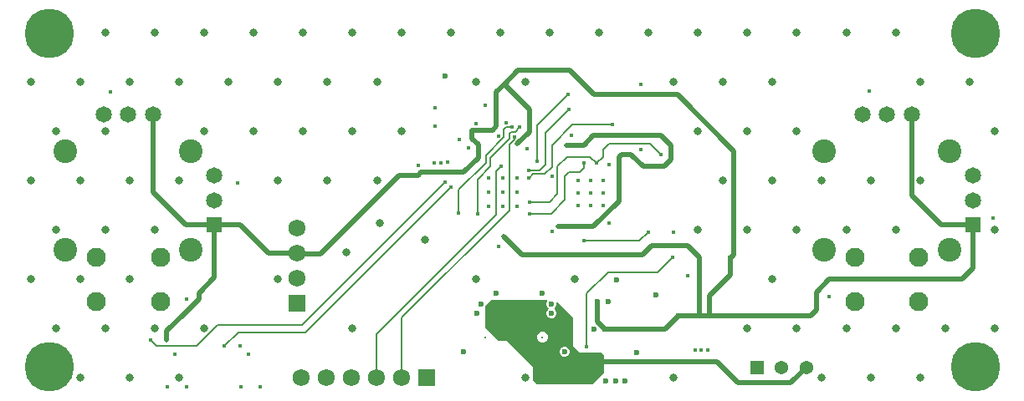
<source format=gbr>
%TF.GenerationSoftware,Altium Limited,Altium Designer,25.3.3 (18)*%
G04 Layer_Physical_Order=4*
G04 Layer_Color=16711680*
%FSLAX45Y45*%
%MOMM*%
%TF.SameCoordinates,94F19C35-717A-4B45-A619-7893C40BEDFD*%
%TF.FilePolarity,Positive*%
%TF.FileFunction,Copper,L4,Bot,Signal*%
%TF.Part,Single*%
G01*
G75*
%TA.AperFunction,Conductor*%
%ADD10C,0.15600*%
%ADD36C,0.50000*%
%ADD38C,0.20000*%
%TA.AperFunction,ViaPad*%
%ADD42C,5.00000*%
%TA.AperFunction,ComponentPad*%
%ADD43C,1.72500*%
%ADD44R,1.72500X1.72500*%
%ADD45C,1.36500*%
%ADD46R,1.36500X1.36500*%
%ADD47C,0.32500*%
%ADD48C,1.65000*%
%ADD49R,1.65000X1.65000*%
%ADD50C,2.40000*%
%ADD51C,1.95000*%
%ADD52R,1.72500X1.72500*%
%TA.AperFunction,ViaPad*%
%ADD53C,0.60000*%
%ADD54C,0.80000*%
%ADD55C,0.45000*%
G36*
X6726588Y7777300D02*
X6722112Y7772823D01*
X6714500Y7754446D01*
Y7734555D01*
X6722112Y7716178D01*
X6732492Y7705797D01*
X6735593Y7699846D01*
X6732979Y7689690D01*
X6724112Y7680823D01*
X6716500Y7662446D01*
Y7642554D01*
X6724112Y7624177D01*
X6738177Y7610112D01*
X6756554Y7602500D01*
X6776445D01*
X6794823Y7610112D01*
X6808888Y7624177D01*
X6816500Y7642554D01*
Y7662446D01*
X6808888Y7680823D01*
X6798507Y7691204D01*
X6795406Y7697155D01*
X6798020Y7707310D01*
X6806888Y7716178D01*
X6814499Y7734555D01*
Y7754446D01*
X6812312Y7759728D01*
X6823078Y7766922D01*
X6987500Y7602500D01*
Y7325000D01*
X7055000Y7257500D01*
X7275000D01*
X7302500Y7230000D01*
Y7052500D01*
X7180000Y6930000D01*
X6617500D01*
X6582500Y6965000D01*
X6582500Y7105000D01*
X6312500Y7375000D01*
X6232500D01*
X6100000Y7507500D01*
Y7729721D01*
X6102002Y7734554D01*
Y7739502D01*
X6152500Y7790000D01*
X6721328D01*
X6726588Y7777300D01*
D02*
G37*
%LPC*%
G36*
X6686443Y7462500D02*
X6665557D01*
X6646261Y7454508D01*
X6631492Y7439739D01*
X6623500Y7420443D01*
Y7399557D01*
X6631492Y7380261D01*
X6646261Y7365493D01*
X6665557Y7357500D01*
X6686443D01*
X6705739Y7365493D01*
X6720507Y7380261D01*
X6728500Y7399557D01*
Y7420443D01*
X6720507Y7439739D01*
X6705739Y7454508D01*
X6686443Y7462500D01*
D02*
G37*
G36*
X6908946Y7312500D02*
X6889054D01*
X6870677Y7304888D01*
X6856612Y7290823D01*
X6849000Y7272446D01*
Y7252554D01*
X6856612Y7234177D01*
X6870677Y7220112D01*
X6889054Y7212500D01*
X6908946D01*
X6927323Y7220112D01*
X6941388Y7234177D01*
X6949000Y7252554D01*
Y7272446D01*
X6941388Y7290823D01*
X6927323Y7304888D01*
X6908946Y7312500D01*
D02*
G37*
%LPD*%
D10*
X5253500Y7608500D02*
X6342500Y8697500D01*
Y9365000D01*
X6389375Y9436875D02*
X6395000Y9442500D01*
X6389375Y9411875D02*
Y9436875D01*
X6342500Y9365000D02*
X6389375Y9411875D01*
X6016250Y9008750D02*
X6150000Y9142500D01*
X6340000Y9420000D02*
Y9475000D01*
X6150000Y9142500D02*
Y9230000D01*
X6340000Y9420000D01*
X5827500Y8902500D02*
X6105000Y9180000D01*
Y9255000D02*
X6285000Y9435000D01*
X6105000Y9180000D02*
Y9255000D01*
X6285000Y9435000D02*
Y9512500D01*
X3457500Y7320000D02*
X3595000Y7457500D01*
X4277500D01*
X2710000Y7380000D02*
X2770000Y7320000D01*
X3175000D01*
X4277500Y7457500D02*
X5752500Y8932500D01*
X3390000Y7535000D02*
X4242500D01*
X3175000Y7320000D02*
X3390000Y7535000D01*
X4242500D02*
X5687500Y8980000D01*
X6016250Y8662250D02*
Y9008750D01*
X5827500Y8670000D02*
Y8902500D01*
X6340000Y9475000D02*
X6355000Y9490000D01*
X6397500D01*
X6447500Y9540000D01*
X6310000Y9537500D02*
X6365000D01*
X6285000Y9512500D02*
X6310000Y9537500D01*
X7349500Y9369500D02*
X7766999D01*
X6546999Y8782000D02*
X6747000D01*
X6764500Y8662000D02*
X6904500Y8802000D01*
X6546999Y8662000D02*
X6764500D01*
X6904500Y8802000D02*
Y9044500D01*
X7337500Y8070000D02*
X7836200D01*
X7122001Y7854501D02*
X7337500Y8070000D01*
X7122001Y7317000D02*
Y7854501D01*
X4999500Y7439500D02*
X6207500Y8647500D01*
X4999500Y7000000D02*
Y7439500D01*
X6207500Y8647500D02*
Y9092500D01*
X6257500Y9142500D01*
X5253500Y7000000D02*
Y7608500D01*
X7836200Y8070000D02*
X7988701Y8222500D01*
X7094499Y8387000D02*
X7657500D01*
X7746000Y8475500D01*
X7222000Y9172000D02*
X7289500Y9239500D01*
X7157000Y9237000D02*
X7222000Y9172000D01*
X7095499Y9125500D02*
Y9172500D01*
X7056999Y9087000D02*
X7095499Y9125500D01*
X6924499Y9237000D02*
X7157000D01*
X6747000Y8782000D02*
X6826999Y8862000D01*
Y9139500D01*
X6904500Y9044500D02*
X6946999Y9087000D01*
X7056999D01*
X6826999Y9139500D02*
X6924499Y9237000D01*
X7766999Y9369500D02*
X7871999Y9264500D01*
X7289500Y9239500D02*
Y9309500D01*
X7349500Y9369500D01*
D36*
X8264500Y7626999D02*
X8369500D01*
X8159500D02*
X8264500D01*
X8054500D02*
X8159500D01*
X6287500Y9972500D02*
X6430000Y10115000D01*
X6210000Y9895000D02*
X6287500Y9972500D01*
X6416999Y9367001D02*
X6542500Y9492502D01*
Y9715000D01*
X6287500Y9970000D02*
X6542500Y9715000D01*
X6287500Y9970000D02*
Y9972500D01*
X8577500Y8210000D02*
X8615000Y8247500D01*
Y9297500D01*
X8042999Y9869501D02*
X8615000Y9297500D01*
X8577500Y8037500D02*
Y8210000D01*
X6210000Y9547500D02*
Y9895000D01*
X6430000Y10115000D02*
X6955000D01*
X7200499Y9869501D01*
X2872500Y7377500D02*
Y7474999D01*
X3052501Y7655000D01*
X3052501D01*
X3197500Y7799999D01*
Y7855000D01*
X5877500Y9080000D02*
X6027500Y9230000D01*
X5417000Y9052000D02*
X5445000Y9080000D01*
X5877500D01*
X5222000Y9052000D02*
X5417000D01*
X6027500Y9230000D02*
Y9362500D01*
X7476789Y9264500D02*
X7571999D01*
X7447500Y8785000D02*
Y9235210D01*
X7476789Y9264500D01*
X7192000Y8529500D02*
X7447500Y8785000D01*
X6921499Y9357000D02*
X7094500D01*
X7192500Y9455000D01*
X7877500D02*
X7975000Y9357500D01*
X7192500Y9455000D02*
X7877500D01*
X7975000Y9210000D02*
Y9357500D01*
X7907500Y9142500D02*
X7975000Y9210000D01*
X7693999Y9142500D02*
X7907500D01*
X7571999Y9264500D02*
X7693999Y9142500D01*
X6829499Y8529500D02*
X7192000D01*
X6169500Y9507000D02*
X6210000Y9547500D01*
X5964499Y9507000D02*
X6169500D01*
X6466500Y8245000D02*
X7685000D01*
X6282000Y8429500D02*
X6466500Y8245000D01*
X7685000D02*
X7777500Y8337500D01*
X8145000D01*
X8264500Y7626999D02*
Y8218000D01*
X8145000Y8337500D02*
X8264500Y8218000D01*
X10410868Y8849132D02*
Y9670500D01*
Y8849132D02*
X10712500Y8547500D01*
X11033868D01*
Y8108868D02*
Y8547500D01*
X10920000Y7995000D02*
X11033868Y8108868D01*
X9577500Y7995000D02*
X10920000D01*
X9450000Y7867500D02*
X9577500Y7995000D01*
X9450000Y7822499D02*
Y7867500D01*
X8369500Y7626999D02*
X9389499D01*
X9450000Y7687500D02*
Y7822499D01*
X9389499Y7626999D02*
X9450000Y7687500D01*
X8369500Y7626999D02*
Y7829500D01*
X8577500Y8037500D01*
X3355500Y8013000D02*
Y8547501D01*
X3197500Y7855000D02*
X3355500Y8013000D01*
Y8547501D02*
X3617500D01*
X3906723Y8258277D02*
X4190522D01*
X3617500Y8547501D02*
X3906723Y8258277D01*
X3064999Y8547501D02*
X3355500D01*
X2732500Y8880000D02*
Y9670501D01*
Y8880000D02*
X3064999Y8547501D01*
X4427170Y8257170D02*
X5222000Y9052000D01*
X4191629Y8257170D02*
X4427170D01*
X4190522Y8258277D02*
X4191629Y8257170D01*
X5964499Y9425501D02*
X6027500Y9362500D01*
X5964499Y9425501D02*
Y9507000D01*
X7200499Y9869501D02*
X7719500D01*
X8042999D01*
X9190000Y6947500D02*
X9345000Y7102500D01*
X8652500Y6947500D02*
X9190000D01*
X8438000Y7162000D02*
X8652500Y6947500D01*
X7249501Y7162000D02*
X8438000D01*
X7227000Y7564499D02*
X7304500Y7486999D01*
X7227000Y7564499D02*
Y7769499D01*
X7914500Y7486999D02*
X8054500Y7626999D01*
X7304500Y7486999D02*
X7914500D01*
D38*
X6622000Y9554501D02*
X6936999Y9869500D01*
X6622000Y9189501D02*
Y9554501D01*
X6536999Y9027000D02*
X6541245D01*
X6576245Y9062000D01*
X6696999D01*
X6771999Y9137000D01*
X6536999Y9102000D02*
X6644499D01*
X6704499Y9162000D01*
X6771999Y9137000D02*
Y9354500D01*
X6704499Y9162000D02*
Y9484500D01*
X6771999Y9354500D02*
X6979499Y9562000D01*
X7381999D01*
X6704499Y9484500D02*
X6939499Y9719500D01*
D42*
X1682500Y10485000D02*
D03*
X11057500Y10485000D02*
D03*
X11057500Y7110000D02*
D03*
X1682500Y7110000D02*
D03*
D43*
X4237500Y7000000D02*
D03*
X4491500D02*
D03*
X4745500D02*
D03*
X4999500D02*
D03*
X5253500D02*
D03*
X4190522Y8512277D02*
D03*
Y8258277D02*
D03*
Y8004277D02*
D03*
D44*
X5507500Y7000000D02*
D03*
D45*
X9345000Y7102500D02*
D03*
X9095000D02*
D03*
D46*
X8845000D02*
D03*
D47*
X6098000Y7410000D02*
D03*
X6676000D02*
D03*
D48*
X10410868Y9670500D02*
D03*
X10160868D02*
D03*
X9910868D02*
D03*
X11033868Y8797500D02*
D03*
Y9047500D02*
D03*
X2732500Y9670501D02*
D03*
X2482500D02*
D03*
X2232500D02*
D03*
X3355500Y8797501D02*
D03*
Y9047501D02*
D03*
D49*
X11033868Y8547500D02*
D03*
X3355500Y8547501D02*
D03*
D50*
X10793368Y9297500D02*
D03*
X9528369D02*
D03*
Y8297500D02*
D03*
X10793368D02*
D03*
X3115000Y9297501D02*
D03*
X1850000D02*
D03*
Y8297501D02*
D03*
X3115000D02*
D03*
D51*
X9835868Y8222500D02*
D03*
Y7772500D02*
D03*
X10485869Y8222500D02*
D03*
Y7772500D02*
D03*
X2157500Y8222500D02*
D03*
Y7772501D02*
D03*
X2807500Y8222500D02*
D03*
Y7772501D02*
D03*
D52*
X4190522Y7750277D02*
D03*
D53*
X5690000Y10055000D02*
D03*
X6899000Y7262500D02*
D03*
X5875000D02*
D03*
X6627500Y7645000D02*
D03*
X6147500D02*
D03*
X6766500Y7652500D02*
D03*
X6007500D02*
D03*
X6204501Y7852000D02*
D03*
X6669500Y7852000D02*
D03*
X6764500Y7744500D02*
D03*
X6052002Y7744500D02*
D03*
X8264500Y7626999D02*
D03*
X8159500D02*
D03*
X7825000Y7837500D02*
D03*
X8369500Y7626999D02*
D03*
X7414500Y6964499D02*
D03*
X7319500D02*
D03*
X7424500Y7989498D02*
D03*
X8577500Y8210000D02*
D03*
X7337000Y7769499D02*
D03*
X7227000Y7769499D02*
D03*
X7627000Y7254499D02*
D03*
X7509500Y6964499D02*
D03*
X7304500Y7486999D02*
D03*
X7194500Y7487000D02*
D03*
X8054500Y7626999D02*
D03*
D54*
X5482500Y8400000D02*
D03*
X4692500Y8270000D02*
D03*
X5032500Y8567500D02*
D03*
X8500000Y9000000D02*
D03*
X6500000Y10000000D02*
D03*
X8000000D02*
D03*
X9000000D02*
D03*
X8500000D02*
D03*
X3750000Y9500000D02*
D03*
X9750000Y10500000D02*
D03*
X9250000D02*
D03*
X7750000D02*
D03*
X7250000D02*
D03*
X6750000D02*
D03*
X6250000D02*
D03*
X5750000D02*
D03*
X5250000D02*
D03*
X10250000D02*
D03*
X8750000D02*
D03*
X8250000D02*
D03*
X4750000D02*
D03*
X2250000D02*
D03*
X2750000D02*
D03*
X3250000D02*
D03*
X3750000D02*
D03*
X4250000D02*
D03*
X11000000Y10000000D02*
D03*
X11250000Y9500000D02*
D03*
Y8500000D02*
D03*
Y7500000D02*
D03*
X10500000Y10000000D02*
D03*
Y9000000D02*
D03*
X10750000Y7500000D02*
D03*
X10500000Y7000000D02*
D03*
X10000000Y9000000D02*
D03*
X10250000Y8500000D02*
D03*
Y7500000D02*
D03*
X10000000Y7000000D02*
D03*
X9500000Y9000000D02*
D03*
X9750000Y8500000D02*
D03*
Y7500000D02*
D03*
X9500000Y7000000D02*
D03*
X9250000Y9500000D02*
D03*
X9000000Y9000000D02*
D03*
X9250000Y8500000D02*
D03*
X9000000Y8000000D02*
D03*
X9250000Y7500000D02*
D03*
X8750000Y9500000D02*
D03*
Y8500000D02*
D03*
Y7500000D02*
D03*
X8250000Y9500000D02*
D03*
Y8500000D02*
D03*
X8000000Y7000000D02*
D03*
X7000000Y8000000D02*
D03*
X6500000Y7000000D02*
D03*
X6000000Y10000000D02*
D03*
Y8000000D02*
D03*
X5000000Y10000000D02*
D03*
X5250000Y9500000D02*
D03*
X5000000Y9000000D02*
D03*
X4500000Y10000000D02*
D03*
X4750000Y9500000D02*
D03*
X4500000Y9000000D02*
D03*
X4750000Y7500000D02*
D03*
X4000000Y10000000D02*
D03*
X4250000Y9500000D02*
D03*
X4000000Y9000000D02*
D03*
Y8000000D02*
D03*
X3500000Y10000000D02*
D03*
X3000000D02*
D03*
X3250000Y9500000D02*
D03*
X3000000Y9000000D02*
D03*
X3250000Y7500000D02*
D03*
X3000000Y7000000D02*
D03*
X2500000Y10000000D02*
D03*
Y9000000D02*
D03*
X2750000Y8500000D02*
D03*
X2500000Y8000000D02*
D03*
X2750000Y7500000D02*
D03*
X2500000Y7000000D02*
D03*
X2000000Y10000000D02*
D03*
X2250000Y9500000D02*
D03*
X2000000Y9000000D02*
D03*
X2250000Y8500000D02*
D03*
X2000000Y8000000D02*
D03*
X2250000Y7500000D02*
D03*
X2000000Y7000000D02*
D03*
X1500000Y10000000D02*
D03*
X1750000Y9500000D02*
D03*
X1500000Y9000000D02*
D03*
X1750000Y8500000D02*
D03*
X1500000Y8000000D02*
D03*
X1750000Y7500000D02*
D03*
D55*
X3457500Y7320000D02*
D03*
X2710000Y7380000D02*
D03*
X3070000Y7799998D02*
D03*
X5752500Y8932500D02*
D03*
X5687500Y8980000D02*
D03*
X6016250Y8662250D02*
D03*
X5827500Y8670000D02*
D03*
X6447500Y9540000D02*
D03*
X6365000Y9537500D02*
D03*
X6422000Y8737001D02*
D03*
X6395000Y9442500D02*
D03*
X6416999Y9367001D02*
D03*
X6421999Y9027000D02*
D03*
X6422000Y8882001D02*
D03*
X2304998Y9897500D02*
D03*
X3590000Y8975002D02*
D03*
X6276999Y9027000D02*
D03*
X5416999Y9052000D02*
D03*
X8143700Y8032500D02*
D03*
X2872500Y7377500D02*
D03*
X9982499Y9907500D02*
D03*
X11235000Y8619998D02*
D03*
X9450000Y7822499D02*
D03*
X9580000Y7822499D02*
D03*
X3197500Y7799999D02*
D03*
X5929499Y9329500D02*
D03*
X6131999Y9026999D02*
D03*
X6257500Y9142500D02*
D03*
X7746000Y8475500D02*
D03*
X7349499Y8564500D02*
D03*
X7287000Y8741999D02*
D03*
X7159500D02*
D03*
X7094499Y8387000D02*
D03*
X7031999Y8741999D02*
D03*
Y8869499D02*
D03*
X6829499Y8529500D02*
D03*
X6769500Y8481999D02*
D03*
X6546999Y8662000D02*
D03*
Y8782000D02*
D03*
X6282000Y8429500D02*
D03*
X6277000Y8737000D02*
D03*
X6234500Y8326999D02*
D03*
X6132000Y8737000D02*
D03*
X7871999Y9264500D02*
D03*
X7674500Y9312001D02*
D03*
X7571999Y9264500D02*
D03*
X7350000Y9157500D02*
D03*
X7287000Y8869499D02*
D03*
Y8997000D02*
D03*
X7222000Y9172000D02*
D03*
X7159500Y8869499D02*
D03*
Y8997000D02*
D03*
X7095499Y9172500D02*
D03*
X7031999Y8997000D02*
D03*
X6921499Y9357000D02*
D03*
X6774499Y9044501D02*
D03*
X6622000Y9189501D02*
D03*
X6536999Y9102000D02*
D03*
Y9027000D02*
D03*
X6519500Y9319501D02*
D03*
X6277000Y8882000D02*
D03*
X6132000Y8882000D02*
D03*
X5714499Y9184500D02*
D03*
X5644500Y9179500D02*
D03*
X5581999Y9177001D02*
D03*
X5586999Y9547000D02*
D03*
X5419499Y9154500D02*
D03*
X5587000Y9732000D02*
D03*
X7671999Y9972001D02*
D03*
X7719500Y9869501D02*
D03*
X7381999Y9562000D02*
D03*
X6969499Y9459501D02*
D03*
X6939499Y9719500D02*
D03*
X6936999Y9869500D02*
D03*
X6307000Y9582000D02*
D03*
X6229499Y9444501D02*
D03*
X6096999Y9757000D02*
D03*
X6005104Y9572757D02*
D03*
X5964499Y9507000D02*
D03*
X5836998Y9412000D02*
D03*
X7249501Y7227000D02*
D03*
X7122001Y7317000D02*
D03*
X7249501Y7162000D02*
D03*
X8224500Y7279500D02*
D03*
X8344500D02*
D03*
X8284500D02*
D03*
X7988701Y8222500D02*
D03*
X3622501Y6905000D02*
D03*
X3822499Y6905001D02*
D03*
X3074998Y6910002D02*
D03*
X2875000Y6910000D02*
D03*
X3702500Y7234999D02*
D03*
X2955000Y7239999D02*
D03*
X7999499Y8477000D02*
D03*
X3617501Y7320001D02*
D03*
%TF.MD5,3a4f03c0bcdb6cafc55d5503aa2dc919*%
M02*

</source>
